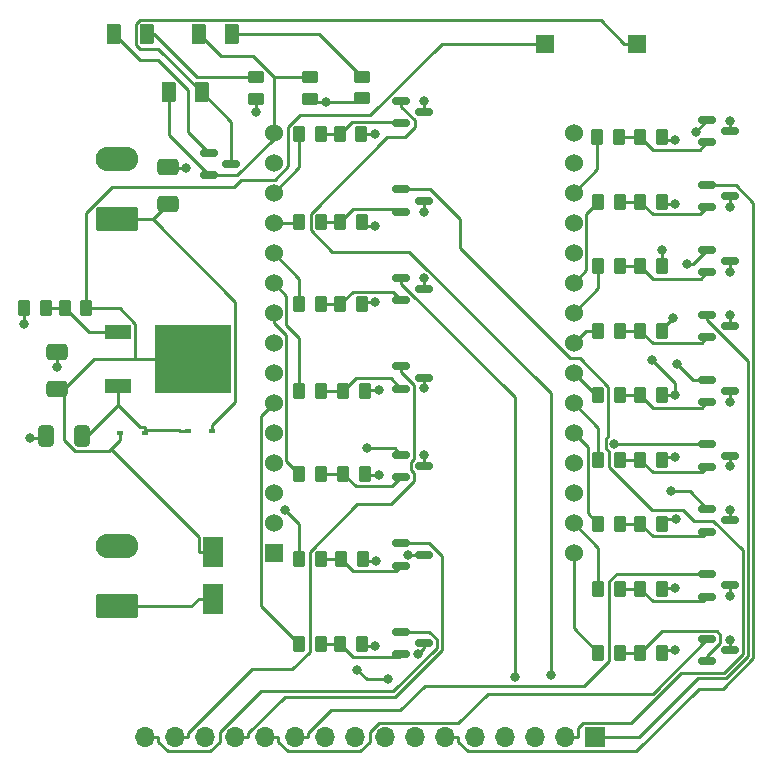
<source format=gbr>
%TF.GenerationSoftware,KiCad,Pcbnew,(6.0.10)*%
%TF.CreationDate,2023-03-15T17:39:42-04:00*%
%TF.ProjectId,pwm_pcb,70776d5f-7063-4622-9e6b-696361645f70,rev?*%
%TF.SameCoordinates,Original*%
%TF.FileFunction,Copper,L1,Top*%
%TF.FilePolarity,Positive*%
%FSLAX46Y46*%
G04 Gerber Fmt 4.6, Leading zero omitted, Abs format (unit mm)*
G04 Created by KiCad (PCBNEW (6.0.10)) date 2023-03-15 17:39:42*
%MOMM*%
%LPD*%
G01*
G04 APERTURE LIST*
G04 Aperture macros list*
%AMRoundRect*
0 Rectangle with rounded corners*
0 $1 Rounding radius*
0 $2 $3 $4 $5 $6 $7 $8 $9 X,Y pos of 4 corners*
0 Add a 4 corners polygon primitive as box body*
4,1,4,$2,$3,$4,$5,$6,$7,$8,$9,$2,$3,0*
0 Add four circle primitives for the rounded corners*
1,1,$1+$1,$2,$3*
1,1,$1+$1,$4,$5*
1,1,$1+$1,$6,$7*
1,1,$1+$1,$8,$9*
0 Add four rect primitives between the rounded corners*
20,1,$1+$1,$2,$3,$4,$5,0*
20,1,$1+$1,$4,$5,$6,$7,0*
20,1,$1+$1,$6,$7,$8,$9,0*
20,1,$1+$1,$8,$9,$2,$3,0*%
G04 Aperture macros list end*
%TA.AperFunction,SMDPad,CuDef*%
%ADD10RoundRect,0.250000X0.375000X0.625000X-0.375000X0.625000X-0.375000X-0.625000X0.375000X-0.625000X0*%
%TD*%
%TA.AperFunction,SMDPad,CuDef*%
%ADD11RoundRect,0.250000X-0.262500X-0.450000X0.262500X-0.450000X0.262500X0.450000X-0.262500X0.450000X0*%
%TD*%
%TA.AperFunction,SMDPad,CuDef*%
%ADD12RoundRect,0.250000X0.412500X0.650000X-0.412500X0.650000X-0.412500X-0.650000X0.412500X-0.650000X0*%
%TD*%
%TA.AperFunction,SMDPad,CuDef*%
%ADD13RoundRect,0.250000X0.262500X0.450000X-0.262500X0.450000X-0.262500X-0.450000X0.262500X-0.450000X0*%
%TD*%
%TA.AperFunction,SMDPad,CuDef*%
%ADD14RoundRect,0.250000X0.450000X-0.262500X0.450000X0.262500X-0.450000X0.262500X-0.450000X-0.262500X0*%
%TD*%
%TA.AperFunction,SMDPad,CuDef*%
%ADD15RoundRect,0.150000X-0.587500X-0.150000X0.587500X-0.150000X0.587500X0.150000X-0.587500X0.150000X0*%
%TD*%
%TA.AperFunction,SMDPad,CuDef*%
%ADD16R,0.600000X0.450000*%
%TD*%
%TA.AperFunction,SMDPad,CuDef*%
%ADD17RoundRect,0.250000X0.650000X-0.412500X0.650000X0.412500X-0.650000X0.412500X-0.650000X-0.412500X0*%
%TD*%
%TA.AperFunction,SMDPad,CuDef*%
%ADD18R,1.800000X2.500000*%
%TD*%
%TA.AperFunction,SMDPad,CuDef*%
%ADD19R,2.200000X1.200000*%
%TD*%
%TA.AperFunction,SMDPad,CuDef*%
%ADD20R,6.400000X5.800000*%
%TD*%
%TA.AperFunction,SMDPad,CuDef*%
%ADD21R,1.500000X1.500000*%
%TD*%
%TA.AperFunction,ComponentPad*%
%ADD22R,1.700000X1.700000*%
%TD*%
%TA.AperFunction,ComponentPad*%
%ADD23O,1.700000X1.700000*%
%TD*%
%TA.AperFunction,ComponentPad*%
%ADD24O,3.600000X2.080000*%
%TD*%
%TA.AperFunction,ComponentPad*%
%ADD25RoundRect,0.249999X1.550001X-0.790001X1.550001X0.790001X-1.550001X0.790001X-1.550001X-0.790001X0*%
%TD*%
%TA.AperFunction,ComponentPad*%
%ADD26R,1.524000X1.524000*%
%TD*%
%TA.AperFunction,ComponentPad*%
%ADD27C,1.524000*%
%TD*%
%TA.AperFunction,ViaPad*%
%ADD28C,0.800000*%
%TD*%
%TA.AperFunction,Conductor*%
%ADD29C,0.250000*%
%TD*%
G04 APERTURE END LIST*
D10*
%TO.P,F1,1*%
%TO.N,Net-(F1-Pad1)*%
X105032000Y-57912000D03*
%TO.P,F1,2*%
%TO.N,esp32_power*%
X102232000Y-57912000D03*
%TD*%
D11*
%TO.P,R13,1*%
%TO.N,PWM_7*%
X138637000Y-72644000D03*
%TO.P,R13,2*%
%TO.N,Net-(Q7-Pad2)*%
X140462000Y-72644000D03*
%TD*%
D12*
%TO.P,C2,1*%
%TO.N,Net-(C2-Pad1)*%
X94950000Y-87000000D03*
%TO.P,C2,2*%
%TO.N,GND*%
X91825000Y-87000000D03*
%TD*%
D11*
%TO.P,R26,1*%
%TO.N,PWM_14*%
X113291500Y-90254700D03*
%TO.P,R26,2*%
%TO.N,Net-(Q14-Pad2)*%
X115116500Y-90254700D03*
%TD*%
D13*
%TO.P,R12,2*%
%TO.N,Net-(Q6-Pad2)*%
X142193000Y-67183000D03*
%TO.P,R12,1*%
%TO.N,GND*%
X144018000Y-67183000D03*
%TD*%
%TO.P,R7,1*%
%TO.N,GND*%
X118545500Y-61468000D03*
%TO.P,R7,2*%
%TO.N,Net-(Q3-Pad2)*%
X116720500Y-61468000D03*
%TD*%
D11*
%TO.P,R30,2*%
%TO.N,Net-(Q16-Pad2)*%
X115116500Y-104648000D03*
%TO.P,R30,1*%
%TO.N,PWM_16*%
X113291500Y-104648000D03*
%TD*%
%TO.P,R17,1*%
%TO.N,PWM_9*%
X138637000Y-89027000D03*
%TO.P,R17,2*%
%TO.N,Net-(Q9-Pad2)*%
X140462000Y-89027000D03*
%TD*%
D14*
%TO.P,R35,1*%
%TO.N,GND*%
X118600000Y-58443500D03*
%TO.P,R35,2*%
%TO.N,Net-(D2-Pad1)*%
X118600000Y-56618500D03*
%TD*%
D11*
%TO.P,R25,1*%
%TO.N,PWM_13*%
X113291500Y-97451300D03*
%TO.P,R25,2*%
%TO.N,Net-(Q13-Pad2)*%
X115116500Y-97451300D03*
%TD*%
D15*
%TO.P,Q1,1,D*%
%TO.N,LED_1*%
X147858000Y-76742200D03*
%TO.P,Q1,2,G*%
%TO.N,Net-(Q1-Pad2)*%
X147858000Y-78642200D03*
%TO.P,Q1,3,S*%
%TO.N,GND*%
X149733000Y-77692200D03*
%TD*%
D13*
%TO.P,R11,2*%
%TO.N,Net-(Q5-Pad2)*%
X142193000Y-61722000D03*
%TO.P,R11,1*%
%TO.N,GND*%
X144018000Y-61722000D03*
%TD*%
D16*
%TO.P,D3,1,K*%
%TO.N,Net-(C2-Pad1)*%
X103850000Y-86600000D03*
%TO.P,D3,2,A*%
%TO.N,+VDC*%
X105950000Y-86600000D03*
%TD*%
D17*
%TO.P,C1,1*%
%TO.N,+VDC*%
X102200000Y-67362500D03*
%TO.P,C1,2*%
%TO.N,GND*%
X102200000Y-64237500D03*
%TD*%
D15*
%TO.P,Q17,1,D*%
%TO.N,Net-(D1-Pad2)*%
X105662500Y-63050000D03*
%TO.P,Q17,2,G*%
%TO.N,esp32_power*%
X105662500Y-64950000D03*
%TO.P,Q17,3,S*%
%TO.N,Net-(F1-Pad1)*%
X107537500Y-64000000D03*
%TD*%
D11*
%TO.P,R14,1*%
%TO.N,PWM_8*%
X138637000Y-83566000D03*
%TO.P,R14,2*%
%TO.N,Net-(Q8-Pad2)*%
X140462000Y-83566000D03*
%TD*%
D13*
%TO.P,R37,1*%
%TO.N,Net-(R36-Pad2)*%
X91862500Y-76200000D03*
%TO.P,R37,2*%
%TO.N,GND*%
X90037500Y-76200000D03*
%TD*%
%TO.P,R36,1*%
%TO.N,+5V*%
X95262500Y-76200000D03*
%TO.P,R36,2*%
%TO.N,Net-(R36-Pad2)*%
X93437500Y-76200000D03*
%TD*%
D11*
%TO.P,R29,1*%
%TO.N,PWM_15*%
X113291500Y-83195500D03*
%TO.P,R29,2*%
%TO.N,Net-(Q15-Pad2)*%
X115116500Y-83195500D03*
%TD*%
D15*
%TO.P,Q15,1,D*%
%TO.N,LED_15*%
X121950000Y-81120000D03*
%TO.P,Q15,2,G*%
%TO.N,Net-(Q15-Pad2)*%
X121950000Y-83020000D03*
%TO.P,Q15,3,S*%
%TO.N,GND*%
X123825000Y-82070000D03*
%TD*%
D16*
%TO.P,D5,1,K*%
%TO.N,Net-(C2-Pad1)*%
X100200000Y-86800000D03*
%TO.P,D5,2,A*%
%TO.N,+5V*%
X98100000Y-86800000D03*
%TD*%
D13*
%TO.P,R8,1*%
%TO.N,GND*%
X118618000Y-75861300D03*
%TO.P,R8,2*%
%TO.N,Net-(Q4-Pad2)*%
X116793000Y-75861300D03*
%TD*%
D15*
%TO.P,Q16,1,D*%
%TO.N,LED_16*%
X121950000Y-103599000D03*
%TO.P,Q16,2,G*%
%TO.N,Net-(Q16-Pad2)*%
X121950000Y-105499000D03*
%TO.P,Q16,3,S*%
%TO.N,GND*%
X123825000Y-104549000D03*
%TD*%
%TO.P,Q3,1,D*%
%TO.N,LED_3*%
X121950000Y-58641000D03*
%TO.P,Q3,2,G*%
%TO.N,Net-(Q3-Pad2)*%
X121950000Y-60541000D03*
%TO.P,Q3,3,S*%
%TO.N,GND*%
X123825000Y-59591000D03*
%TD*%
%TO.P,Q9,1,D*%
%TO.N,LED_9*%
X147858000Y-87727700D03*
%TO.P,Q9,2,G*%
%TO.N,Net-(Q9-Pad2)*%
X147858000Y-89627700D03*
%TO.P,Q9,3,S*%
%TO.N,GND*%
X149733000Y-88677700D03*
%TD*%
%TO.P,Q13,1,D*%
%TO.N,LED_13*%
X121950000Y-96106000D03*
%TO.P,Q13,2,G*%
%TO.N,Net-(Q13-Pad2)*%
X121950000Y-98006000D03*
%TO.P,Q13,3,S*%
%TO.N,GND*%
X123825000Y-97056000D03*
%TD*%
D13*
%TO.P,R20,2*%
%TO.N,Net-(Q10-Pad2)*%
X142193000Y-94488000D03*
%TO.P,R20,1*%
%TO.N,GND*%
X144018000Y-94488000D03*
%TD*%
D11*
%TO.P,R10,1*%
%TO.N,PWM_6*%
X138637000Y-67183000D03*
%TO.P,R10,2*%
%TO.N,Net-(Q6-Pad2)*%
X140462000Y-67183000D03*
%TD*%
D13*
%TO.P,R16,2*%
%TO.N,Net-(Q8-Pad2)*%
X142193000Y-83566000D03*
%TO.P,R16,1*%
%TO.N,GND*%
X144018000Y-83566000D03*
%TD*%
D14*
%TO.P,R33,1*%
%TO.N,GND*%
X109600000Y-58467000D03*
%TO.P,R33,2*%
%TO.N,Net-(D1-Pad1)*%
X109600000Y-56642000D03*
%TD*%
D15*
%TO.P,Q12,1,D*%
%TO.N,LED_12*%
X147858000Y-104206000D03*
%TO.P,Q12,2,G*%
%TO.N,Net-(Q12-Pad2)*%
X147858000Y-106106000D03*
%TO.P,Q12,3,S*%
%TO.N,GND*%
X149733000Y-105156000D03*
%TD*%
D13*
%TO.P,R28,1*%
%TO.N,GND*%
X118872000Y-90254700D03*
%TO.P,R28,2*%
%TO.N,Net-(Q14-Pad2)*%
X117047000Y-90254700D03*
%TD*%
D15*
%TO.P,Q6,1,D*%
%TO.N,LED_6*%
X147858000Y-65756700D03*
%TO.P,Q6,2,G*%
%TO.N,Net-(Q6-Pad2)*%
X147858000Y-67656700D03*
%TO.P,Q6,3,S*%
%TO.N,GND*%
X149733000Y-66706700D03*
%TD*%
%TO.P,Q4,1,D*%
%TO.N,LED_4*%
X121950000Y-73627000D03*
%TO.P,Q4,2,G*%
%TO.N,Net-(Q4-Pad2)*%
X121950000Y-75527000D03*
%TO.P,Q4,3,S*%
%TO.N,GND*%
X123825000Y-74577000D03*
%TD*%
D11*
%TO.P,R18,1*%
%TO.N,PWM_10*%
X138637000Y-94488000D03*
%TO.P,R18,2*%
%TO.N,Net-(Q10-Pad2)*%
X140462000Y-94488000D03*
%TD*%
D18*
%TO.P,D4,1,K*%
%TO.N,+5V*%
X106000000Y-96800000D03*
%TO.P,D4,2,A*%
%TO.N,Net-(D4-Pad2)*%
X106000000Y-100800000D03*
%TD*%
D15*
%TO.P,Q5,1,D*%
%TO.N,LED_5*%
X147858000Y-60264000D03*
%TO.P,Q5,2,G*%
%TO.N,Net-(Q5-Pad2)*%
X147858000Y-62164000D03*
%TO.P,Q5,3,S*%
%TO.N,GND*%
X149733000Y-61214000D03*
%TD*%
D11*
%TO.P,R6,1*%
%TO.N,PWM_4*%
X113291500Y-75861300D03*
%TO.P,R6,2*%
%TO.N,Net-(Q4-Pad2)*%
X115116500Y-75861300D03*
%TD*%
D10*
%TO.P,D2,1,K*%
%TO.N,Net-(D2-Pad1)*%
X107600000Y-53000000D03*
%TO.P,D2,2,A*%
%TO.N,esp32_power*%
X104800000Y-53000000D03*
%TD*%
D13*
%TO.P,R31,1*%
%TO.N,GND*%
X118872000Y-83195500D03*
%TO.P,R31,2*%
%TO.N,Net-(Q15-Pad2)*%
X117047000Y-83195500D03*
%TD*%
D15*
%TO.P,Q10,1,D*%
%TO.N,LED_10*%
X147858000Y-93220500D03*
%TO.P,Q10,2,G*%
%TO.N,Net-(Q10-Pad2)*%
X147858000Y-95120500D03*
%TO.P,Q10,3,S*%
%TO.N,GND*%
X149733000Y-94170500D03*
%TD*%
D13*
%TO.P,R15,2*%
%TO.N,Net-(Q7-Pad2)*%
X142193000Y-72644000D03*
%TO.P,R15,1*%
%TO.N,GND*%
X144018000Y-72644000D03*
%TD*%
%TO.P,R4,1*%
%TO.N,GND*%
X118578500Y-68893800D03*
%TO.P,R4,2*%
%TO.N,Net-(Q2-Pad2)*%
X116753500Y-68893800D03*
%TD*%
D10*
%TO.P,D1,1,K*%
%TO.N,Net-(D1-Pad1)*%
X100400000Y-53000000D03*
%TO.P,D1,2,A*%
%TO.N,Net-(D1-Pad2)*%
X97600000Y-53000000D03*
%TD*%
D19*
%TO.P,U2,1,ADJ*%
%TO.N,Net-(R36-Pad2)*%
X97975000Y-78245000D03*
D20*
%TO.P,U2,2,VO*%
%TO.N,+5V*%
X104275000Y-80525000D03*
D19*
%TO.P,U2,3,VI*%
%TO.N,Net-(C2-Pad1)*%
X97975000Y-82805000D03*
%TD*%
D13*
%TO.P,R23,2*%
%TO.N,Net-(Q11-Pad2)*%
X142193000Y-99949000D03*
%TO.P,R23,1*%
%TO.N,GND*%
X144018000Y-99949000D03*
%TD*%
D17*
%TO.P,C3,1*%
%TO.N,+5V*%
X92750000Y-83000000D03*
%TO.P,C3,2*%
%TO.N,GND*%
X92750000Y-79875000D03*
%TD*%
D15*
%TO.P,Q8,1,D*%
%TO.N,LED_8*%
X147858000Y-82235000D03*
%TO.P,Q8,2,G*%
%TO.N,Net-(Q8-Pad2)*%
X147858000Y-84135000D03*
%TO.P,Q8,3,S*%
%TO.N,GND*%
X149733000Y-83185000D03*
%TD*%
D11*
%TO.P,R2,1*%
%TO.N,PWM_2*%
X113291500Y-68893800D03*
%TO.P,R2,2*%
%TO.N,Net-(Q2-Pad2)*%
X115116500Y-68893800D03*
%TD*%
%TO.P,R5,1*%
%TO.N,PWM_3*%
X113291500Y-61468000D03*
%TO.P,R5,2*%
%TO.N,Net-(Q3-Pad2)*%
X115116500Y-61468000D03*
%TD*%
D13*
%TO.P,R19,2*%
%TO.N,Net-(Q9-Pad2)*%
X142193000Y-89027000D03*
%TO.P,R19,1*%
%TO.N,GND*%
X144018000Y-89027000D03*
%TD*%
D21*
%TO.P,SW1,1,A*%
%TO.N,+5V*%
X134100000Y-53800000D03*
%TO.P,SW1,2,B*%
%TO.N,Net-(F1-Pad1)*%
X141900000Y-53800000D03*
%TD*%
D15*
%TO.P,Q11,1,D*%
%TO.N,LED_11*%
X147858000Y-98713200D03*
%TO.P,Q11,2,G*%
%TO.N,Net-(Q11-Pad2)*%
X147858000Y-100613200D03*
%TO.P,Q11,3,S*%
%TO.N,GND*%
X149733000Y-99663200D03*
%TD*%
%TO.P,Q7,1,D*%
%TO.N,LED_7*%
X147858000Y-71249500D03*
%TO.P,Q7,2,G*%
%TO.N,Net-(Q7-Pad2)*%
X147858000Y-73149500D03*
%TO.P,Q7,3,S*%
%TO.N,GND*%
X149733000Y-72199500D03*
%TD*%
%TO.P,Q2,1,D*%
%TO.N,LED_2*%
X121950000Y-66134000D03*
%TO.P,Q2,2,G*%
%TO.N,Net-(Q2-Pad2)*%
X121950000Y-68034000D03*
%TO.P,Q2,3,S*%
%TO.N,GND*%
X123825000Y-67084000D03*
%TD*%
D14*
%TO.P,R34,1*%
%TO.N,GND*%
X114200000Y-58467000D03*
%TO.P,R34,2*%
%TO.N,esp32_power*%
X114200000Y-56642000D03*
%TD*%
D13*
%TO.P,R27,1*%
%TO.N,GND*%
X118665000Y-97451300D03*
%TO.P,R27,2*%
%TO.N,Net-(Q13-Pad2)*%
X116840000Y-97451300D03*
%TD*%
%TO.P,R32,1*%
%TO.N,GND*%
X118594500Y-104648000D03*
%TO.P,R32,2*%
%TO.N,Net-(Q16-Pad2)*%
X116769500Y-104648000D03*
%TD*%
D11*
%TO.P,R22,1*%
%TO.N,PWM_12*%
X138637000Y-105410000D03*
%TO.P,R22,2*%
%TO.N,Net-(Q12-Pad2)*%
X140462000Y-105410000D03*
%TD*%
D15*
%TO.P,Q14,1,D*%
%TO.N,LED_14*%
X121950000Y-88613000D03*
%TO.P,Q14,2,G*%
%TO.N,Net-(Q14-Pad2)*%
X121950000Y-90513000D03*
%TO.P,Q14,3,S*%
%TO.N,GND*%
X123825000Y-89563000D03*
%TD*%
D13*
%TO.P,R24,2*%
%TO.N,Net-(Q12-Pad2)*%
X142193000Y-105410000D03*
%TO.P,R24,1*%
%TO.N,GND*%
X144018000Y-105410000D03*
%TD*%
D11*
%TO.P,R1,1*%
%TO.N,PWM_1*%
X138637000Y-78105000D03*
%TO.P,R1,2*%
%TO.N,Net-(Q1-Pad2)*%
X140462000Y-78105000D03*
%TD*%
D13*
%TO.P,R3,2*%
%TO.N,Net-(Q1-Pad2)*%
X142193000Y-78105000D03*
%TO.P,R3,1*%
%TO.N,GND*%
X144018000Y-78105000D03*
%TD*%
D11*
%TO.P,R21,1*%
%TO.N,PWM_11*%
X138637000Y-99949000D03*
%TO.P,R21,2*%
%TO.N,Net-(Q11-Pad2)*%
X140462000Y-99949000D03*
%TD*%
%TO.P,R9,1*%
%TO.N,PWM_5*%
X138533500Y-61722000D03*
%TO.P,R9,2*%
%TO.N,Net-(Q5-Pad2)*%
X140358500Y-61722000D03*
%TD*%
D22*
%TO.P,J3,1,Pin_1*%
%TO.N,LED_1*%
X138303000Y-112522000D03*
D23*
%TO.P,J3,2,Pin_2*%
%TO.N,LED_2*%
X135763000Y-112522000D03*
%TO.P,J3,3,Pin_3*%
%TO.N,LED_3*%
X133223000Y-112522000D03*
%TO.P,J3,4,Pin_4*%
%TO.N,LED_4*%
X130683000Y-112522000D03*
%TO.P,J3,5,Pin_5*%
%TO.N,LED_5*%
X128143000Y-112522000D03*
%TO.P,J3,6,Pin_6*%
%TO.N,LED_6*%
X125603000Y-112522000D03*
%TO.P,J3,7,Pin_7*%
%TO.N,LED_7*%
X123063000Y-112522000D03*
%TO.P,J3,8,Pin_8*%
%TO.N,LED_8*%
X120523000Y-112522000D03*
%TO.P,J3,9,Pin_9*%
%TO.N,LED_9*%
X117983000Y-112522000D03*
%TO.P,J3,10,Pin_10*%
%TO.N,LED_10*%
X115443000Y-112522000D03*
%TO.P,J3,11,Pin_11*%
%TO.N,LED_11*%
X112903000Y-112522000D03*
%TO.P,J3,12,Pin_12*%
%TO.N,LED_12*%
X110363000Y-112522000D03*
%TO.P,J3,13,Pin_13*%
%TO.N,LED_13*%
X107823000Y-112522000D03*
%TO.P,J3,14,Pin_14*%
%TO.N,LED_14*%
X105283000Y-112522000D03*
%TO.P,J3,15,Pin_15*%
%TO.N,LED_15*%
X102743000Y-112522000D03*
%TO.P,J3,16,Pin_16*%
%TO.N,LED_16*%
X100203000Y-112522000D03*
%TD*%
D24*
%TO.P,J2,2,Pin_2*%
%TO.N,GND*%
X97877500Y-96320000D03*
D25*
%TO.P,J2,1,Pin_1*%
%TO.N,Net-(D4-Pad2)*%
X97877500Y-101400000D03*
%TD*%
D26*
%TO.P,U1,1,EN*%
%TO.N,unconnected-(U1-Pad1)*%
X111125000Y-96926000D03*
D27*
%TO.P,U1,2,SENSOR_VP*%
%TO.N,unconnected-(U1-Pad2)*%
X111125000Y-94386000D03*
%TO.P,U1,3,SENSOR_VN*%
%TO.N,unconnected-(U1-Pad3)*%
X111125000Y-91846000D03*
%TO.P,U1,4,IO34*%
%TO.N,unconnected-(U1-Pad4)*%
X111125000Y-89306000D03*
%TO.P,U1,5,IO35*%
%TO.N,unconnected-(U1-Pad5)*%
X111125000Y-86766000D03*
%TO.P,U1,6,IO32*%
%TO.N,PWM_16*%
X111125000Y-84226000D03*
%TO.P,U1,7,IO33*%
%TO.N,unconnected-(U1-Pad7)*%
X111125000Y-81686000D03*
%TO.P,U1,8,IO25*%
%TO.N,PWM_13*%
X111125000Y-79146000D03*
%TO.P,U1,9,IO26*%
%TO.N,PWM_14*%
X111125000Y-76606000D03*
%TO.P,U1,10,IO27*%
%TO.N,PWM_15*%
X111125000Y-74066000D03*
%TO.P,U1,11,IO14*%
%TO.N,PWM_4*%
X111125000Y-71526000D03*
%TO.P,U1,12,IO12*%
%TO.N,PWM_2*%
X111125000Y-68986000D03*
%TO.P,U1,13,IO13*%
%TO.N,PWM_3*%
X111125000Y-66446000D03*
%TO.P,U1,14,GND*%
%TO.N,GND*%
X111125000Y-63906000D03*
%TO.P,U1,15,VIN*%
%TO.N,esp32_power*%
X111125000Y-61366000D03*
%TO.P,U1,16,3V3*%
%TO.N,unconnected-(U1-Pad16)*%
X136525000Y-61366000D03*
%TO.P,U1,17,GND*%
%TO.N,GND*%
X136525000Y-63906000D03*
%TO.P,U1,18,IO15*%
%TO.N,PWM_5*%
X136525000Y-66446000D03*
%TO.P,U1,19,IO2*%
%TO.N,unconnected-(U1-Pad19)*%
X136525000Y-68986000D03*
%TO.P,U1,20,IO4*%
%TO.N,unconnected-(U1-Pad20)*%
X136525000Y-71526000D03*
%TO.P,U1,21,IO16*%
%TO.N,PWM_6*%
X136525000Y-74066000D03*
%TO.P,U1,22,IO17*%
%TO.N,PWM_7*%
X136525000Y-76606000D03*
%TO.P,U1,23,IO5*%
%TO.N,PWM_1*%
X136525000Y-79146000D03*
%TO.P,U1,24,IO18*%
%TO.N,PWM_8*%
X136525000Y-81686000D03*
%TO.P,U1,25,IO19*%
%TO.N,PWM_9*%
X136525000Y-84226000D03*
%TO.P,U1,26,IO21*%
%TO.N,PWM_10*%
X136525000Y-86766000D03*
%TO.P,U1,27,RXD0/IO3*%
%TO.N,unconnected-(U1-Pad27)*%
X136525000Y-89306000D03*
%TO.P,U1,28,TXD0/IO1*%
%TO.N,unconnected-(U1-Pad28)*%
X136525000Y-91846000D03*
%TO.P,U1,29,IO22*%
%TO.N,PWM_11*%
X136525000Y-94386000D03*
%TO.P,U1,30,IO23*%
%TO.N,PWM_12*%
X136525000Y-96926000D03*
%TD*%
D24*
%TO.P,J1,2,Pin_2*%
%TO.N,GND*%
X97877500Y-63600000D03*
D25*
%TO.P,J1,1,Pin_1*%
%TO.N,+VDC*%
X97877500Y-68680000D03*
%TD*%
D28*
%TO.N,GND*%
X143200000Y-80600000D03*
X118200000Y-106800000D03*
X120800000Y-107600000D03*
%TO.N,PWM_13*%
X112120000Y-93283400D03*
%TO.N,LED_14*%
X119031900Y-88042300D03*
%TO.N,LED_10*%
X144741300Y-91712200D03*
%TO.N,LED_9*%
X139978300Y-87701500D03*
%TO.N,LED_8*%
X145265700Y-80902900D03*
%TO.N,LED_7*%
X146118200Y-72441900D03*
%TO.N,LED_5*%
X146858600Y-61292100D03*
%TO.N,LED_4*%
X131549300Y-107449700D03*
%TO.N,LED_3*%
X134585000Y-107247200D03*
%TO.N,GND*%
X145144700Y-105116900D03*
X119782700Y-97612500D03*
X115540500Y-58747500D03*
X149733000Y-84115200D03*
X119699900Y-69272700D03*
X144018000Y-71312800D03*
X149733000Y-60310200D03*
X149733000Y-67627700D03*
X120018000Y-90357500D03*
X149733000Y-104249500D03*
X145143800Y-61941700D03*
X90527500Y-87215900D03*
X103720400Y-64360600D03*
X122485100Y-97056000D03*
X123825000Y-68021200D03*
X144924700Y-77052600D03*
X149733000Y-100580100D03*
X149733000Y-93258400D03*
X149733000Y-89589800D03*
X149733000Y-76786300D03*
X90037500Y-77519900D03*
X109600000Y-59596700D03*
X119696600Y-61432200D03*
X119755100Y-75675200D03*
X120018000Y-83149400D03*
X123825000Y-73672200D03*
X123825000Y-58666800D03*
X123825000Y-82972200D03*
X123825000Y-88616200D03*
X145131700Y-99854600D03*
X145135700Y-88825100D03*
X149733000Y-73101200D03*
X123373600Y-105454700D03*
X145164200Y-94082600D03*
X145144800Y-67372200D03*
X145152100Y-83530400D03*
X92750000Y-81146100D03*
X119741300Y-104829300D03*
%TD*%
D29*
%TO.N,GND*%
X145152100Y-82552100D02*
X143200000Y-80600000D01*
X145152100Y-83530400D02*
X145152100Y-82552100D01*
X119000000Y-107600000D02*
X118200000Y-106800000D01*
X120800000Y-107600000D02*
X119000000Y-107600000D01*
%TO.N,Net-(F1-Pad1)*%
X107537500Y-60417500D02*
X105032000Y-57912000D01*
X107537500Y-64000000D02*
X107537500Y-60417500D01*
X101371200Y-54251200D02*
X105032000Y-57912000D01*
X99794300Y-54251200D02*
X101371200Y-54251200D01*
X99437900Y-53894800D02*
X99794300Y-54251200D01*
X99437900Y-52136800D02*
X99437900Y-53894800D01*
X99787300Y-51787400D02*
X99437900Y-52136800D01*
X138812300Y-51787400D02*
X99787300Y-51787400D01*
X140824900Y-53800000D02*
X138812300Y-51787400D01*
X141900000Y-53800000D02*
X140824900Y-53800000D01*
%TO.N,esp32_power*%
X111125000Y-56642000D02*
X114200000Y-56642000D01*
X106637400Y-54837400D02*
X104800000Y-53000000D01*
X109348400Y-54837400D02*
X106637400Y-54837400D01*
X111125000Y-56614000D02*
X109348400Y-54837400D01*
X111125000Y-56642000D02*
X111125000Y-56614000D01*
X111125000Y-56642000D02*
X111125000Y-61366000D01*
X108020300Y-64950000D02*
X105662500Y-64950000D01*
X111125000Y-61845300D02*
X108020300Y-64950000D01*
X111125000Y-61366000D02*
X111125000Y-61845300D01*
X102232000Y-61519500D02*
X102232000Y-57912000D01*
X105662500Y-64950000D02*
X102232000Y-61519500D01*
%TO.N,Net-(R36-Pad2)*%
X95482500Y-78245000D02*
X93437500Y-76200000D01*
X97975000Y-78245000D02*
X95482500Y-78245000D01*
X93437500Y-76200000D02*
X91862500Y-76200000D01*
%TO.N,Net-(D4-Pad2)*%
X104174900Y-101400000D02*
X104774900Y-100800000D01*
X97877500Y-101400000D02*
X104174900Y-101400000D01*
X106000000Y-100800000D02*
X104774900Y-100800000D01*
%TO.N,Net-(D2-Pad1)*%
X114981500Y-53000000D02*
X118600000Y-56618500D01*
X107600000Y-53000000D02*
X114981500Y-53000000D01*
%TO.N,Net-(D1-Pad2)*%
X103909800Y-61297300D02*
X105662500Y-63050000D01*
X103909800Y-57765900D02*
X103909800Y-61297300D01*
X101360400Y-55216500D02*
X103909800Y-57765900D01*
X99816500Y-55216500D02*
X101360400Y-55216500D01*
X97600000Y-53000000D02*
X99816500Y-55216500D01*
%TO.N,PWM_16*%
X110037800Y-101394300D02*
X113291500Y-104648000D01*
X110037800Y-85313200D02*
X110037800Y-101394300D01*
X111125000Y-84226000D02*
X110037800Y-85313200D01*
%TO.N,PWM_14*%
X111125000Y-77421800D02*
X111125000Y-76606000D01*
X112212200Y-78509000D02*
X111125000Y-77421800D01*
X112212200Y-89175400D02*
X112212200Y-78509000D01*
X113291500Y-90254700D02*
X112212200Y-89175400D01*
%TO.N,PWM_12*%
X136525000Y-103298000D02*
X138637000Y-105410000D01*
X136525000Y-96926000D02*
X136525000Y-103298000D01*
%TO.N,PWM_10*%
X137725700Y-93576700D02*
X138637000Y-94488000D01*
X137725700Y-87966700D02*
X137725700Y-93576700D01*
X136525000Y-86766000D02*
X137725700Y-87966700D01*
%TO.N,PWM_8*%
X138405000Y-83566000D02*
X138637000Y-83566000D01*
X136525000Y-81686000D02*
X138405000Y-83566000D01*
%TO.N,PWM_6*%
X137612200Y-68207800D02*
X138637000Y-67183000D01*
X137612200Y-72978800D02*
X137612200Y-68207800D01*
X136525000Y-74066000D02*
X137612200Y-72978800D01*
%TO.N,PWM_4*%
X113291500Y-73692500D02*
X113291500Y-75861300D01*
X111125000Y-71526000D02*
X113291500Y-73692500D01*
%TO.N,PWM_2*%
X113199300Y-68986000D02*
X113291500Y-68893800D01*
X111125000Y-68986000D02*
X113199300Y-68986000D01*
%TO.N,PWM_15*%
X112212200Y-75153200D02*
X111125000Y-74066000D01*
X112212200Y-77647200D02*
X112212200Y-75153200D01*
X113291500Y-78726500D02*
X112212200Y-77647200D01*
X113291500Y-83195500D02*
X113291500Y-78726500D01*
%TO.N,PWM_13*%
X113291500Y-94454900D02*
X113291500Y-97451300D01*
X112120000Y-93283400D02*
X113291500Y-94454900D01*
%TO.N,PWM_11*%
X138637000Y-96498000D02*
X138637000Y-99949000D01*
X136525000Y-94386000D02*
X138637000Y-96498000D01*
%TO.N,PWM_9*%
X138637000Y-86338000D02*
X138637000Y-89027000D01*
X136525000Y-84226000D02*
X138637000Y-86338000D01*
%TO.N,PWM_7*%
X138637000Y-74494000D02*
X138637000Y-72644000D01*
X136525000Y-76606000D02*
X138637000Y-74494000D01*
%TO.N,PWM_5*%
X138533500Y-64437500D02*
X138533500Y-61722000D01*
X136525000Y-66446000D02*
X138533500Y-64437500D01*
%TO.N,PWM_3*%
X113291500Y-64279500D02*
X113291500Y-61468000D01*
X111125000Y-66446000D02*
X113291500Y-64279500D01*
%TO.N,PWM_1*%
X137566000Y-78105000D02*
X138637000Y-78105000D01*
X136525000Y-79146000D02*
X137566000Y-78105000D01*
%TO.N,Net-(Q16-Pad2)*%
X116769500Y-104648000D02*
X115116500Y-104648000D01*
X121759500Y-105689500D02*
X121950000Y-105499000D01*
X117811000Y-105689500D02*
X121759500Y-105689500D01*
X116769500Y-104648000D02*
X117811000Y-105689500D01*
%TO.N,Net-(Q15-Pad2)*%
X115116500Y-83195500D02*
X117047000Y-83195500D01*
X121058800Y-82128800D02*
X121950000Y-83020000D01*
X118113700Y-82128800D02*
X121058800Y-82128800D01*
X117047000Y-83195500D02*
X118113700Y-82128800D01*
%TO.N,Net-(Q14-Pad2)*%
X118085300Y-91293000D02*
X117047000Y-90254700D01*
X121170000Y-91293000D02*
X118085300Y-91293000D01*
X121950000Y-90513000D02*
X121170000Y-91293000D01*
X117047000Y-90254700D02*
X115116500Y-90254700D01*
%TO.N,Net-(Q13-Pad2)*%
X116840000Y-97451300D02*
X115116500Y-97451300D01*
X117866200Y-98477500D02*
X116840000Y-97451300D01*
X121478500Y-98477500D02*
X117866200Y-98477500D01*
X121950000Y-98006000D02*
X121478500Y-98477500D01*
%TO.N,Net-(Q12-Pad2)*%
X142193000Y-105410000D02*
X140462000Y-105410000D01*
X147858000Y-105618500D02*
X147858000Y-106106000D01*
X148951100Y-104525400D02*
X147858000Y-105618500D01*
X148951100Y-103853300D02*
X148951100Y-104525400D01*
X148667000Y-103569200D02*
X148951100Y-103853300D01*
X144033800Y-103569200D02*
X148667000Y-103569200D01*
X142193000Y-105410000D02*
X144033800Y-103569200D01*
%TO.N,Net-(Q11-Pad2)*%
X140462000Y-99949000D02*
X142193000Y-99949000D01*
X143240100Y-100996100D02*
X142193000Y-99949000D01*
X147475100Y-100996100D02*
X143240100Y-100996100D01*
X147858000Y-100613200D02*
X147475100Y-100996100D01*
%TO.N,Net-(Q10-Pad2)*%
X140462000Y-94488000D02*
X142193000Y-94488000D01*
X143228800Y-95523800D02*
X142193000Y-94488000D01*
X147454700Y-95523800D02*
X143228800Y-95523800D01*
X147858000Y-95120500D02*
X147454700Y-95523800D01*
%TO.N,Net-(Q9-Pad2)*%
X143224400Y-90058400D02*
X142193000Y-89027000D01*
X147427300Y-90058400D02*
X143224400Y-90058400D01*
X147858000Y-89627700D02*
X147427300Y-90058400D01*
X142193000Y-89027000D02*
X140462000Y-89027000D01*
%TO.N,Net-(Q8-Pad2)*%
X142193000Y-83566000D02*
X140462000Y-83566000D01*
X143235000Y-84608000D02*
X142193000Y-83566000D01*
X147385000Y-84608000D02*
X143235000Y-84608000D01*
X147858000Y-84135000D02*
X147385000Y-84608000D01*
%TO.N,Net-(Q7-Pad2)*%
X142193000Y-72644000D02*
X140462000Y-72644000D01*
X143240400Y-73691400D02*
X142193000Y-72644000D01*
X147316100Y-73691400D02*
X143240400Y-73691400D01*
X147858000Y-73149500D02*
X147316100Y-73691400D01*
%TO.N,Net-(Q6-Pad2)*%
X143255000Y-68245000D02*
X142193000Y-67183000D01*
X147269700Y-68245000D02*
X143255000Y-68245000D01*
X147858000Y-67656700D02*
X147269700Y-68245000D01*
X140462000Y-67183000D02*
X142193000Y-67183000D01*
%TO.N,Net-(Q5-Pad2)*%
X140358500Y-61722000D02*
X142193000Y-61722000D01*
X147247000Y-62775000D02*
X147858000Y-62164000D01*
X143246000Y-62775000D02*
X147247000Y-62775000D01*
X142193000Y-61722000D02*
X143246000Y-62775000D01*
%TO.N,Net-(Q4-Pad2)*%
X115116500Y-75861300D02*
X116793000Y-75861300D01*
X121233300Y-74810300D02*
X121950000Y-75527000D01*
X117844000Y-74810300D02*
X121233300Y-74810300D01*
X116793000Y-75861300D02*
X117844000Y-74810300D01*
%TO.N,Net-(Q3-Pad2)*%
X115116500Y-61468000D02*
X116720500Y-61468000D01*
X121826900Y-60417900D02*
X121950000Y-60541000D01*
X117770600Y-60417900D02*
X121826900Y-60417900D01*
X116720500Y-61468000D02*
X117770600Y-60417900D01*
%TO.N,Net-(Q2-Pad2)*%
X115116500Y-68893800D02*
X116753500Y-68893800D01*
X117832600Y-67814700D02*
X116753500Y-68893800D01*
X121730700Y-67814700D02*
X117832600Y-67814700D01*
X121950000Y-68034000D02*
X121730700Y-67814700D01*
%TO.N,Net-(Q1-Pad2)*%
X142193000Y-78105000D02*
X140462000Y-78105000D01*
X147369000Y-79131200D02*
X147858000Y-78642200D01*
X143219200Y-79131200D02*
X147369000Y-79131200D01*
X142193000Y-78105000D02*
X143219200Y-79131200D01*
%TO.N,LED_16*%
X100203000Y-112522000D02*
X101378100Y-112522000D01*
X124303700Y-103599000D02*
X121950000Y-103599000D01*
X124922900Y-104218200D02*
X124303700Y-103599000D01*
X124922900Y-104930900D02*
X124922900Y-104218200D01*
X121207600Y-108646200D02*
X124922900Y-104930900D01*
X110028300Y-108646200D02*
X121207600Y-108646200D01*
X106553000Y-112121500D02*
X110028300Y-108646200D01*
X106553000Y-112935500D02*
X106553000Y-112121500D01*
X105786400Y-113702100D02*
X106553000Y-112935500D01*
X102191000Y-113702100D02*
X105786400Y-113702100D01*
X101378100Y-112889200D02*
X102191000Y-113702100D01*
X101378100Y-112522000D02*
X101378100Y-112889200D01*
%TO.N,LED_15*%
X121950000Y-81607500D02*
X121950000Y-81120000D01*
X123021800Y-82679300D02*
X121950000Y-81607500D01*
X123021800Y-88953700D02*
X123021800Y-82679300D01*
X122744800Y-89230700D02*
X123021800Y-88953700D01*
X122744800Y-89895300D02*
X122744800Y-89230700D01*
X123032600Y-90183100D02*
X122744800Y-89895300D01*
X123032600Y-90865300D02*
X123032600Y-90183100D01*
X121090300Y-92807600D02*
X123032600Y-90865300D01*
X118222000Y-92807600D02*
X121090300Y-92807600D01*
X114204000Y-96825600D02*
X118222000Y-92807600D01*
X114204000Y-105278700D02*
X114204000Y-96825600D01*
X112724300Y-106758400D02*
X114204000Y-105278700D01*
X109314500Y-106758400D02*
X112724300Y-106758400D01*
X103918100Y-112154800D02*
X109314500Y-106758400D01*
X103918100Y-112522000D02*
X103918100Y-112154800D01*
X102743000Y-112522000D02*
X103918100Y-112522000D01*
%TO.N,LED_14*%
X121379300Y-88042300D02*
X121950000Y-88613000D01*
X119031900Y-88042300D02*
X121379300Y-88042300D01*
%TO.N,LED_13*%
X107823000Y-112522000D02*
X108998100Y-112522000D01*
X124319900Y-96106000D02*
X121950000Y-96106000D01*
X125374800Y-97160900D02*
X124319900Y-96106000D01*
X125374800Y-105115600D02*
X125374800Y-97160900D01*
X121394100Y-109096300D02*
X125374800Y-105115600D01*
X112056600Y-109096300D02*
X121394100Y-109096300D01*
X108998100Y-112154800D02*
X112056600Y-109096300D01*
X108998100Y-112522000D02*
X108998100Y-112154800D01*
%TO.N,LED_12*%
X143242100Y-108821900D02*
X147858000Y-104206000D01*
X129280500Y-108821900D02*
X143242100Y-108821900D01*
X126755500Y-111346900D02*
X129280500Y-108821900D01*
X120025200Y-111346900D02*
X126755500Y-111346900D01*
X119253000Y-112119100D02*
X120025200Y-111346900D01*
X119253000Y-112935500D02*
X119253000Y-112119100D01*
X118486400Y-113702100D02*
X119253000Y-112935500D01*
X112351000Y-113702100D02*
X118486400Y-113702100D01*
X111538100Y-112889200D02*
X112351000Y-113702100D01*
X111538100Y-112522000D02*
X111538100Y-112889200D01*
X110363000Y-112522000D02*
X111538100Y-112522000D01*
%TO.N,LED_11*%
X112903000Y-112522000D02*
X114078100Y-112522000D01*
X140169200Y-98713200D02*
X147858000Y-98713200D01*
X139549500Y-99332900D02*
X140169200Y-98713200D01*
X139549500Y-106039100D02*
X139549500Y-99332900D01*
X137406500Y-108182100D02*
X139549500Y-106039100D01*
X123909800Y-108182100D02*
X137406500Y-108182100D01*
X121870200Y-110221700D02*
X123909800Y-108182100D01*
X116011200Y-110221700D02*
X121870200Y-110221700D01*
X114078100Y-112154800D02*
X116011200Y-110221700D01*
X114078100Y-112522000D02*
X114078100Y-112154800D01*
%TO.N,LED_10*%
X146349700Y-91712200D02*
X144741300Y-91712200D01*
X147858000Y-93220500D02*
X146349700Y-91712200D01*
%TO.N,LED_9*%
X147831800Y-87701500D02*
X147858000Y-87727700D01*
X139978300Y-87701500D02*
X147831800Y-87701500D01*
%TO.N,LED_8*%
X146597800Y-82235000D02*
X147858000Y-82235000D01*
X145265700Y-80902900D02*
X146597800Y-82235000D01*
%TO.N,LED_7*%
X146118200Y-72441800D02*
X146118200Y-72441900D01*
X146665700Y-72441800D02*
X146118200Y-72441800D01*
X147858000Y-71249500D02*
X146665700Y-72441800D01*
%TO.N,LED_6*%
X150258300Y-65756700D02*
X147858000Y-65756700D01*
X151759300Y-67257700D02*
X150258300Y-65756700D01*
X151759300Y-105848600D02*
X151759300Y-67257700D01*
X149177300Y-108430600D02*
X151759300Y-105848600D01*
X147105700Y-108430600D02*
X149177300Y-108430600D01*
X141839100Y-113697200D02*
X147105700Y-108430600D01*
X127586100Y-113697200D02*
X141839100Y-113697200D01*
X126778100Y-112889200D02*
X127586100Y-113697200D01*
X126778100Y-112522000D02*
X126778100Y-112889200D01*
X125603000Y-112522000D02*
X126778100Y-112522000D01*
%TO.N,LED_5*%
X146858600Y-61263400D02*
X146858600Y-61292100D01*
X147858000Y-60264000D02*
X146858600Y-61263400D01*
%TO.N,LED_4*%
X121950000Y-74114500D02*
X121950000Y-73627000D01*
X131549300Y-83713800D02*
X121950000Y-74114500D01*
X131549300Y-107449700D02*
X131549300Y-83713800D01*
%TO.N,LED_3*%
X121950000Y-59128500D02*
X121950000Y-58641000D01*
X123061300Y-60239800D02*
X121950000Y-59128500D01*
X123061300Y-60885400D02*
X123061300Y-60239800D01*
X122234000Y-61712700D02*
X123061300Y-60885400D01*
X120762400Y-61712700D02*
X122234000Y-61712700D01*
X114277200Y-68197900D02*
X120762400Y-61712700D01*
X114277200Y-69587700D02*
X114277200Y-68197900D01*
X116105500Y-71416000D02*
X114277200Y-69587700D01*
X122597600Y-71416000D02*
X116105500Y-71416000D01*
X134585000Y-83403400D02*
X122597600Y-71416000D01*
X134585000Y-107247200D02*
X134585000Y-83403400D01*
%TO.N,LED_2*%
X135763000Y-112522000D02*
X136938100Y-112522000D01*
X124357700Y-66134000D02*
X121950000Y-66134000D01*
X126880800Y-68657100D02*
X124357700Y-66134000D01*
X126880800Y-71059200D02*
X126880800Y-68657100D01*
X136237600Y-80416000D02*
X126880800Y-71059200D01*
X137037400Y-80416000D02*
X136237600Y-80416000D01*
X139482200Y-82860800D02*
X137037400Y-80416000D01*
X139482200Y-87045300D02*
X139482200Y-82860800D01*
X139235800Y-87291700D02*
X139482200Y-87045300D01*
X139235800Y-88056500D02*
X139235800Y-87291700D01*
X139549500Y-88370200D02*
X139235800Y-88056500D01*
X139549500Y-89672000D02*
X139549500Y-88370200D01*
X143145000Y-93267500D02*
X139549500Y-89672000D01*
X145796900Y-93267500D02*
X143145000Y-93267500D01*
X146748900Y-94219500D02*
X145796900Y-93267500D01*
X148369500Y-94219500D02*
X146748900Y-94219500D01*
X150835500Y-96685500D02*
X148369500Y-94219500D01*
X150835500Y-105479200D02*
X150835500Y-96685500D01*
X149247000Y-107067700D02*
X150835500Y-105479200D01*
X145633000Y-107067700D02*
X149247000Y-107067700D01*
X141353800Y-111346900D02*
X145633000Y-107067700D01*
X137305300Y-111346900D02*
X141353800Y-111346900D01*
X136938100Y-111714100D02*
X137305300Y-111346900D01*
X136938100Y-112522000D02*
X136938100Y-111714100D01*
%TO.N,LED_1*%
X138303000Y-112522000D02*
X139478100Y-112522000D01*
X142086800Y-112522000D02*
X139478100Y-112522000D01*
X147091000Y-107517800D02*
X142086800Y-112522000D01*
X149433500Y-107517800D02*
X147091000Y-107517800D01*
X151305700Y-105645600D02*
X149433500Y-107517800D01*
X151305700Y-80677400D02*
X151305700Y-105645600D01*
X147858000Y-77229700D02*
X151305700Y-80677400D01*
X147858000Y-76742200D02*
X147858000Y-77229700D01*
%TO.N,Net-(D1-Pad1)*%
X101036600Y-53000000D02*
X100400000Y-53000000D01*
X104678600Y-56642000D02*
X101036600Y-53000000D01*
X109600000Y-56642000D02*
X104678600Y-56642000D01*
%TO.N,+VDC*%
X105950000Y-86600000D02*
X105950000Y-86049900D01*
X107847600Y-84152300D02*
X105950000Y-86049900D01*
X107847600Y-75645100D02*
X107847600Y-84152300D01*
X100882500Y-68680000D02*
X107847600Y-75645100D01*
X97877500Y-68680000D02*
X100882500Y-68680000D01*
X100882500Y-68680000D02*
X102200000Y-67362500D01*
%TO.N,+5V*%
X104275000Y-80525000D02*
X100749900Y-80525000D01*
X95262500Y-68121800D02*
X95262500Y-76200000D01*
X97476300Y-65908000D02*
X95262500Y-68121800D01*
X107740400Y-65908000D02*
X97476300Y-65908000D01*
X108334900Y-65313500D02*
X107740400Y-65908000D01*
X111269400Y-65313500D02*
X108334900Y-65313500D01*
X112383000Y-64199900D02*
X111269400Y-65313500D01*
X112383000Y-60844800D02*
X112383000Y-64199900D01*
X113354100Y-59873700D02*
X112383000Y-60844800D01*
X119299100Y-59873700D02*
X113354100Y-59873700D01*
X125372800Y-53800000D02*
X119299100Y-59873700D01*
X134100000Y-53800000D02*
X125372800Y-53800000D01*
X98090300Y-76200000D02*
X95262500Y-76200000D01*
X99404100Y-77513800D02*
X98090300Y-76200000D01*
X99404100Y-80469100D02*
X99404100Y-77513800D01*
X99460000Y-80525000D02*
X99404100Y-80469100D01*
X100749900Y-80525000D02*
X99460000Y-80525000D01*
X98100000Y-86800000D02*
X98100000Y-87350100D01*
X93387500Y-83000000D02*
X92750000Y-83000000D01*
X95918400Y-80469100D02*
X93387500Y-83000000D01*
X99404100Y-80469100D02*
X95918400Y-80469100D01*
X104774900Y-95574800D02*
X97325100Y-88125000D01*
X104774900Y-96800000D02*
X104774900Y-95574800D01*
X97184700Y-88265400D02*
X97325100Y-88125000D01*
X94329500Y-88265400D02*
X97184700Y-88265400D01*
X93387500Y-87323400D02*
X94329500Y-88265400D01*
X93387500Y-83000000D02*
X93387500Y-87323400D01*
X97325100Y-88125000D02*
X98100000Y-87350100D01*
X106000000Y-96800000D02*
X104774900Y-96800000D01*
%TO.N,Net-(C2-Pad1)*%
X97975000Y-82805000D02*
X97975000Y-83730100D01*
X97975000Y-83730100D02*
X97975000Y-84373800D01*
X95348800Y-87000000D02*
X94950000Y-87000000D01*
X97975000Y-84373800D02*
X95348800Y-87000000D01*
X99851100Y-86249900D02*
X100200000Y-86249900D01*
X97975000Y-84373800D02*
X99851100Y-86249900D01*
X100200000Y-86800000D02*
X100200000Y-86524900D01*
X100200000Y-86524900D02*
X100200000Y-86249900D01*
X103149800Y-86524900D02*
X103224900Y-86600000D01*
X100200000Y-86524900D02*
X103149800Y-86524900D01*
X103850000Y-86600000D02*
X103224900Y-86600000D01*
%TO.N,GND*%
X144311100Y-105116900D02*
X144018000Y-105410000D01*
X145144700Y-105116900D02*
X144311100Y-105116900D01*
X118826200Y-97612500D02*
X118665000Y-97451300D01*
X119782700Y-97612500D02*
X118826200Y-97612500D01*
X149733000Y-84115200D02*
X149733000Y-83185000D01*
X118957400Y-69272700D02*
X118578500Y-68893800D01*
X119699900Y-69272700D02*
X118957400Y-69272700D01*
X144018000Y-72644000D02*
X144018000Y-71312800D01*
X149733000Y-61214000D02*
X149733000Y-60310200D01*
X149733000Y-67627700D02*
X149733000Y-66706700D01*
X118974800Y-90357500D02*
X118872000Y-90254700D01*
X120018000Y-90357500D02*
X118974800Y-90357500D01*
X149733000Y-105156000D02*
X149733000Y-104249500D01*
X144237700Y-61941700D02*
X144018000Y-61722000D01*
X145143800Y-61941700D02*
X144237700Y-61941700D01*
X114480500Y-58747500D02*
X115540500Y-58747500D01*
X114200000Y-58467000D02*
X114480500Y-58747500D01*
X118296000Y-58747500D02*
X118600000Y-58443500D01*
X115540500Y-58747500D02*
X118296000Y-58747500D01*
X91609100Y-87215900D02*
X91825000Y-87000000D01*
X90527500Y-87215900D02*
X91609100Y-87215900D01*
X102323100Y-64360600D02*
X102200000Y-64237500D01*
X103720400Y-64360600D02*
X102323100Y-64360600D01*
X122485100Y-97056000D02*
X123825000Y-97056000D01*
X123825000Y-67084000D02*
X123825000Y-68021200D01*
X144018000Y-77959300D02*
X144018000Y-78105000D01*
X144924700Y-77052600D02*
X144018000Y-77959300D01*
X149733000Y-100580100D02*
X149733000Y-99663200D01*
X149733000Y-93258400D02*
X149733000Y-94170500D01*
X149733000Y-89589800D02*
X149733000Y-88677700D01*
X149733000Y-76786300D02*
X149733000Y-77692200D01*
X90037500Y-76200000D02*
X90037500Y-77519900D01*
X109600000Y-59596700D02*
X109600000Y-58467000D01*
X118581300Y-61432200D02*
X118545500Y-61468000D01*
X119696600Y-61432200D02*
X118581300Y-61432200D01*
X118804100Y-75675200D02*
X118618000Y-75861300D01*
X119755100Y-75675200D02*
X118804100Y-75675200D01*
X118918100Y-83149400D02*
X118872000Y-83195500D01*
X120018000Y-83149400D02*
X118918100Y-83149400D01*
X123825000Y-73672200D02*
X123825000Y-74577000D01*
X123825000Y-59591000D02*
X123825000Y-58666800D01*
X123825000Y-82972200D02*
X123825000Y-82070000D01*
X123825000Y-88616200D02*
X123825000Y-89563000D01*
X144112400Y-99854600D02*
X144018000Y-99949000D01*
X145131700Y-99854600D02*
X144112400Y-99854600D01*
X144219900Y-88825100D02*
X144018000Y-89027000D01*
X145135700Y-88825100D02*
X144219900Y-88825100D01*
X149733000Y-73101200D02*
X149733000Y-72199500D01*
X123825000Y-105003300D02*
X123825000Y-104549000D01*
X123373600Y-105454700D02*
X123825000Y-105003300D01*
X144423400Y-94082600D02*
X144018000Y-94488000D01*
X145164200Y-94082600D02*
X144423400Y-94082600D01*
X144207200Y-67372200D02*
X144018000Y-67183000D01*
X145144800Y-67372200D02*
X144207200Y-67372200D01*
X144053600Y-83530400D02*
X144018000Y-83566000D01*
X145152100Y-83530400D02*
X144053600Y-83530400D01*
X92750000Y-79875000D02*
X92750000Y-81146100D01*
X118775800Y-104829300D02*
X118594500Y-104648000D01*
X119741300Y-104829300D02*
X118775800Y-104829300D01*
%TD*%
M02*

</source>
